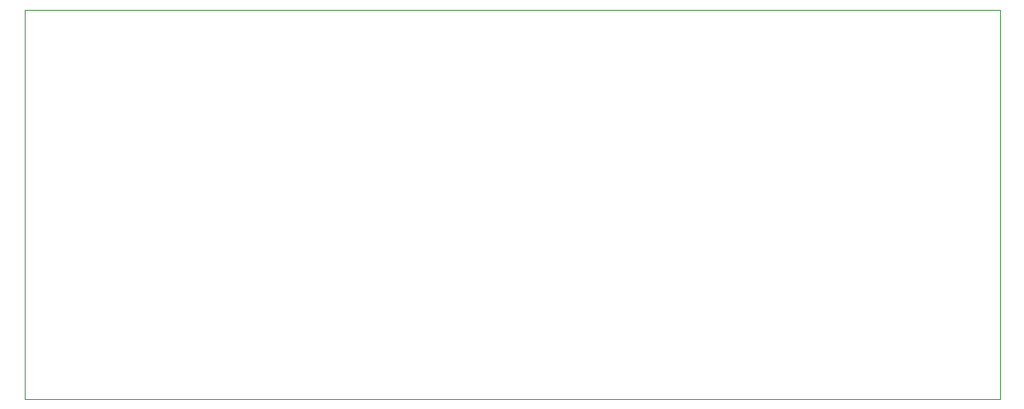
<source format=gbr>
%TF.GenerationSoftware,Altium Limited,Altium Designer,21.2.2 (38)*%
G04 Layer_Color=0*
%FSLAX45Y45*%
%MOMM*%
%TF.SameCoordinates,91962C55-0A3B-46C8-9624-B1D99F5FF45C*%
%TF.FilePolarity,Positive*%
%TF.FileFunction,Profile,NP*%
%TF.Part,Single*%
G01*
G75*
%TA.AperFunction,Profile*%
%ADD14C,0.02540*%
D14*
X0Y0D02*
Y4000000D01*
X10000000D01*
Y0D01*
X0D01*
%TF.MD5,4fd4e8c362c4e50f8ab55b3738dc06f9*%
M02*

</source>
